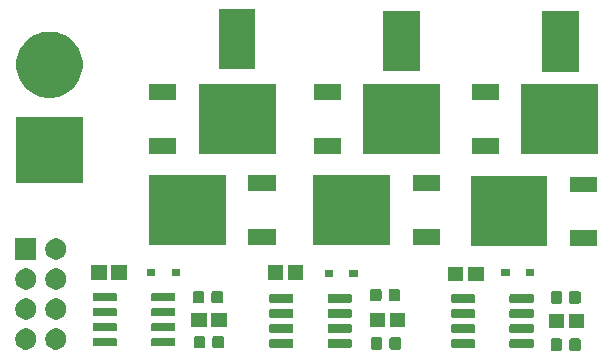
<source format=gbr>
G04 #@! TF.GenerationSoftware,KiCad,Pcbnew,(5.1.5-0)*
G04 #@! TF.CreationDate,2021-08-12T18:14:52-04:00*
G04 #@! TF.ProjectId,ESC_V3,4553435f-5633-42e6-9b69-6361645f7063,rev?*
G04 #@! TF.SameCoordinates,Original*
G04 #@! TF.FileFunction,Soldermask,Top*
G04 #@! TF.FilePolarity,Negative*
%FSLAX46Y46*%
G04 Gerber Fmt 4.6, Leading zero omitted, Abs format (unit mm)*
G04 Created by KiCad (PCBNEW (5.1.5-0)) date 2021-08-12 18:14:52*
%MOMM*%
%LPD*%
G04 APERTURE LIST*
%ADD10C,0.100000*%
G04 APERTURE END LIST*
D10*
G36*
X153829591Y-93078085D02*
G01*
X153863569Y-93088393D01*
X153894890Y-93105134D01*
X153922339Y-93127661D01*
X153944866Y-93155110D01*
X153961607Y-93186431D01*
X153971915Y-93220409D01*
X153976000Y-93261890D01*
X153976000Y-93938110D01*
X153971915Y-93979591D01*
X153961607Y-94013569D01*
X153944866Y-94044890D01*
X153922339Y-94072339D01*
X153894890Y-94094866D01*
X153863569Y-94111607D01*
X153829591Y-94121915D01*
X153788110Y-94126000D01*
X153186890Y-94126000D01*
X153145409Y-94121915D01*
X153111431Y-94111607D01*
X153080110Y-94094866D01*
X153052661Y-94072339D01*
X153030134Y-94044890D01*
X153013393Y-94013569D01*
X153003085Y-93979591D01*
X152999000Y-93938110D01*
X152999000Y-93261890D01*
X153003085Y-93220409D01*
X153013393Y-93186431D01*
X153030134Y-93155110D01*
X153052661Y-93127661D01*
X153080110Y-93105134D01*
X153111431Y-93088393D01*
X153145409Y-93078085D01*
X153186890Y-93074000D01*
X153788110Y-93074000D01*
X153829591Y-93078085D01*
G37*
G36*
X152254591Y-93078085D02*
G01*
X152288569Y-93088393D01*
X152319890Y-93105134D01*
X152347339Y-93127661D01*
X152369866Y-93155110D01*
X152386607Y-93186431D01*
X152396915Y-93220409D01*
X152401000Y-93261890D01*
X152401000Y-93938110D01*
X152396915Y-93979591D01*
X152386607Y-94013569D01*
X152369866Y-94044890D01*
X152347339Y-94072339D01*
X152319890Y-94094866D01*
X152288569Y-94111607D01*
X152254591Y-94121915D01*
X152213110Y-94126000D01*
X151611890Y-94126000D01*
X151570409Y-94121915D01*
X151536431Y-94111607D01*
X151505110Y-94094866D01*
X151477661Y-94072339D01*
X151455134Y-94044890D01*
X151438393Y-94013569D01*
X151428085Y-93979591D01*
X151424000Y-93938110D01*
X151424000Y-93261890D01*
X151428085Y-93220409D01*
X151438393Y-93186431D01*
X151455134Y-93155110D01*
X151477661Y-93127661D01*
X151505110Y-93105134D01*
X151536431Y-93088393D01*
X151570409Y-93078085D01*
X151611890Y-93074000D01*
X152213110Y-93074000D01*
X152254591Y-93078085D01*
G37*
G36*
X137042091Y-92978085D02*
G01*
X137076069Y-92988393D01*
X137107390Y-93005134D01*
X137134839Y-93027661D01*
X137157366Y-93055110D01*
X137174107Y-93086431D01*
X137184415Y-93120409D01*
X137188500Y-93161890D01*
X137188500Y-93838110D01*
X137184415Y-93879591D01*
X137174107Y-93913569D01*
X137157366Y-93944890D01*
X137134839Y-93972339D01*
X137107390Y-93994866D01*
X137076069Y-94011607D01*
X137042091Y-94021915D01*
X137000610Y-94026000D01*
X136399390Y-94026000D01*
X136357909Y-94021915D01*
X136323931Y-94011607D01*
X136292610Y-93994866D01*
X136265161Y-93972339D01*
X136242634Y-93944890D01*
X136225893Y-93913569D01*
X136215585Y-93879591D01*
X136211500Y-93838110D01*
X136211500Y-93161890D01*
X136215585Y-93120409D01*
X136225893Y-93086431D01*
X136242634Y-93055110D01*
X136265161Y-93027661D01*
X136292610Y-93005134D01*
X136323931Y-92988393D01*
X136357909Y-92978085D01*
X136399390Y-92974000D01*
X137000610Y-92974000D01*
X137042091Y-92978085D01*
G37*
G36*
X138617091Y-92978085D02*
G01*
X138651069Y-92988393D01*
X138682390Y-93005134D01*
X138709839Y-93027661D01*
X138732366Y-93055110D01*
X138749107Y-93086431D01*
X138759415Y-93120409D01*
X138763500Y-93161890D01*
X138763500Y-93838110D01*
X138759415Y-93879591D01*
X138749107Y-93913569D01*
X138732366Y-93944890D01*
X138709839Y-93972339D01*
X138682390Y-93994866D01*
X138651069Y-94011607D01*
X138617091Y-94021915D01*
X138575610Y-94026000D01*
X137974390Y-94026000D01*
X137932909Y-94021915D01*
X137898931Y-94011607D01*
X137867610Y-93994866D01*
X137840161Y-93972339D01*
X137817634Y-93944890D01*
X137800893Y-93913569D01*
X137790585Y-93879591D01*
X137786500Y-93838110D01*
X137786500Y-93161890D01*
X137790585Y-93120409D01*
X137800893Y-93086431D01*
X137817634Y-93055110D01*
X137840161Y-93027661D01*
X137867610Y-93005134D01*
X137898931Y-92988393D01*
X137932909Y-92978085D01*
X137974390Y-92974000D01*
X138575610Y-92974000D01*
X138617091Y-92978085D01*
G37*
G36*
X107113512Y-92223927D02*
G01*
X107262812Y-92253624D01*
X107426784Y-92321544D01*
X107574354Y-92420147D01*
X107699853Y-92545646D01*
X107798456Y-92693216D01*
X107866376Y-92857188D01*
X107893309Y-92992592D01*
X107900285Y-93027661D01*
X107901000Y-93031259D01*
X107901000Y-93208741D01*
X107866376Y-93382812D01*
X107798456Y-93546784D01*
X107699853Y-93694354D01*
X107574354Y-93819853D01*
X107426784Y-93918456D01*
X107262812Y-93986376D01*
X107126100Y-94013569D01*
X107088742Y-94021000D01*
X106911258Y-94021000D01*
X106873900Y-94013569D01*
X106737188Y-93986376D01*
X106573216Y-93918456D01*
X106425646Y-93819853D01*
X106300147Y-93694354D01*
X106201544Y-93546784D01*
X106133624Y-93382812D01*
X106099000Y-93208741D01*
X106099000Y-93031259D01*
X106099716Y-93027661D01*
X106106691Y-92992592D01*
X106133624Y-92857188D01*
X106201544Y-92693216D01*
X106300147Y-92545646D01*
X106425646Y-92420147D01*
X106573216Y-92321544D01*
X106737188Y-92253624D01*
X106886488Y-92223927D01*
X106911258Y-92219000D01*
X107088742Y-92219000D01*
X107113512Y-92223927D01*
G37*
G36*
X109653512Y-92223927D02*
G01*
X109802812Y-92253624D01*
X109966784Y-92321544D01*
X110114354Y-92420147D01*
X110239853Y-92545646D01*
X110338456Y-92693216D01*
X110406376Y-92857188D01*
X110433309Y-92992592D01*
X110440285Y-93027661D01*
X110441000Y-93031259D01*
X110441000Y-93208741D01*
X110406376Y-93382812D01*
X110338456Y-93546784D01*
X110239853Y-93694354D01*
X110114354Y-93819853D01*
X109966784Y-93918456D01*
X109802812Y-93986376D01*
X109666100Y-94013569D01*
X109628742Y-94021000D01*
X109451258Y-94021000D01*
X109413900Y-94013569D01*
X109277188Y-93986376D01*
X109113216Y-93918456D01*
X108965646Y-93819853D01*
X108840147Y-93694354D01*
X108741544Y-93546784D01*
X108673624Y-93382812D01*
X108639000Y-93208741D01*
X108639000Y-93031259D01*
X108639716Y-93027661D01*
X108646691Y-92992592D01*
X108673624Y-92857188D01*
X108741544Y-92693216D01*
X108840147Y-92545646D01*
X108965646Y-92420147D01*
X109113216Y-92321544D01*
X109277188Y-92253624D01*
X109426488Y-92223927D01*
X109451258Y-92219000D01*
X109628742Y-92219000D01*
X109653512Y-92223927D01*
G37*
G36*
X122054591Y-92878085D02*
G01*
X122088569Y-92888393D01*
X122119890Y-92905134D01*
X122147339Y-92927661D01*
X122169866Y-92955110D01*
X122186607Y-92986431D01*
X122196915Y-93020409D01*
X122201000Y-93061890D01*
X122201000Y-93738110D01*
X122196915Y-93779591D01*
X122186607Y-93813569D01*
X122169866Y-93844890D01*
X122147339Y-93872339D01*
X122119890Y-93894866D01*
X122088569Y-93911607D01*
X122054591Y-93921915D01*
X122013110Y-93926000D01*
X121411890Y-93926000D01*
X121370409Y-93921915D01*
X121336431Y-93911607D01*
X121305110Y-93894866D01*
X121277661Y-93872339D01*
X121255134Y-93844890D01*
X121238393Y-93813569D01*
X121228085Y-93779591D01*
X121224000Y-93738110D01*
X121224000Y-93061890D01*
X121228085Y-93020409D01*
X121238393Y-92986431D01*
X121255134Y-92955110D01*
X121277661Y-92927661D01*
X121305110Y-92905134D01*
X121336431Y-92888393D01*
X121370409Y-92878085D01*
X121411890Y-92874000D01*
X122013110Y-92874000D01*
X122054591Y-92878085D01*
G37*
G36*
X123629591Y-92878085D02*
G01*
X123663569Y-92888393D01*
X123694890Y-92905134D01*
X123722339Y-92927661D01*
X123744866Y-92955110D01*
X123761607Y-92986431D01*
X123771915Y-93020409D01*
X123776000Y-93061890D01*
X123776000Y-93738110D01*
X123771915Y-93779591D01*
X123761607Y-93813569D01*
X123744866Y-93844890D01*
X123722339Y-93872339D01*
X123694890Y-93894866D01*
X123663569Y-93911607D01*
X123629591Y-93921915D01*
X123588110Y-93926000D01*
X122986890Y-93926000D01*
X122945409Y-93921915D01*
X122911431Y-93911607D01*
X122880110Y-93894866D01*
X122852661Y-93872339D01*
X122830134Y-93844890D01*
X122813393Y-93813569D01*
X122803085Y-93779591D01*
X122799000Y-93738110D01*
X122799000Y-93061890D01*
X122803085Y-93020409D01*
X122813393Y-92986431D01*
X122830134Y-92955110D01*
X122852661Y-92927661D01*
X122880110Y-92905134D01*
X122911431Y-92888393D01*
X122945409Y-92878085D01*
X122986890Y-92874000D01*
X123588110Y-92874000D01*
X123629591Y-92878085D01*
G37*
G36*
X144959928Y-93156764D02*
G01*
X144981009Y-93163160D01*
X145000445Y-93173548D01*
X145017476Y-93187524D01*
X145031452Y-93204555D01*
X145041840Y-93223991D01*
X145048236Y-93245072D01*
X145051000Y-93273140D01*
X145051000Y-93736860D01*
X145048236Y-93764928D01*
X145041840Y-93786009D01*
X145031452Y-93805445D01*
X145017476Y-93822476D01*
X145000445Y-93836452D01*
X144981009Y-93846840D01*
X144959928Y-93853236D01*
X144931860Y-93856000D01*
X143118140Y-93856000D01*
X143090072Y-93853236D01*
X143068991Y-93846840D01*
X143049555Y-93836452D01*
X143032524Y-93822476D01*
X143018548Y-93805445D01*
X143008160Y-93786009D01*
X143001764Y-93764928D01*
X142999000Y-93736860D01*
X142999000Y-93273140D01*
X143001764Y-93245072D01*
X143008160Y-93223991D01*
X143018548Y-93204555D01*
X143032524Y-93187524D01*
X143049555Y-93173548D01*
X143068991Y-93163160D01*
X143090072Y-93156764D01*
X143118140Y-93154000D01*
X144931860Y-93154000D01*
X144959928Y-93156764D01*
G37*
G36*
X134509928Y-93156764D02*
G01*
X134531009Y-93163160D01*
X134550445Y-93173548D01*
X134567476Y-93187524D01*
X134581452Y-93204555D01*
X134591840Y-93223991D01*
X134598236Y-93245072D01*
X134601000Y-93273140D01*
X134601000Y-93736860D01*
X134598236Y-93764928D01*
X134591840Y-93786009D01*
X134581452Y-93805445D01*
X134567476Y-93822476D01*
X134550445Y-93836452D01*
X134531009Y-93846840D01*
X134509928Y-93853236D01*
X134481860Y-93856000D01*
X132668140Y-93856000D01*
X132640072Y-93853236D01*
X132618991Y-93846840D01*
X132599555Y-93836452D01*
X132582524Y-93822476D01*
X132568548Y-93805445D01*
X132558160Y-93786009D01*
X132551764Y-93764928D01*
X132549000Y-93736860D01*
X132549000Y-93273140D01*
X132551764Y-93245072D01*
X132558160Y-93223991D01*
X132568548Y-93204555D01*
X132582524Y-93187524D01*
X132599555Y-93173548D01*
X132618991Y-93163160D01*
X132640072Y-93156764D01*
X132668140Y-93154000D01*
X134481860Y-93154000D01*
X134509928Y-93156764D01*
G37*
G36*
X129559928Y-93156764D02*
G01*
X129581009Y-93163160D01*
X129600445Y-93173548D01*
X129617476Y-93187524D01*
X129631452Y-93204555D01*
X129641840Y-93223991D01*
X129648236Y-93245072D01*
X129651000Y-93273140D01*
X129651000Y-93736860D01*
X129648236Y-93764928D01*
X129641840Y-93786009D01*
X129631452Y-93805445D01*
X129617476Y-93822476D01*
X129600445Y-93836452D01*
X129581009Y-93846840D01*
X129559928Y-93853236D01*
X129531860Y-93856000D01*
X127718140Y-93856000D01*
X127690072Y-93853236D01*
X127668991Y-93846840D01*
X127649555Y-93836452D01*
X127632524Y-93822476D01*
X127618548Y-93805445D01*
X127608160Y-93786009D01*
X127601764Y-93764928D01*
X127599000Y-93736860D01*
X127599000Y-93273140D01*
X127601764Y-93245072D01*
X127608160Y-93223991D01*
X127618548Y-93204555D01*
X127632524Y-93187524D01*
X127649555Y-93173548D01*
X127668991Y-93163160D01*
X127690072Y-93156764D01*
X127718140Y-93154000D01*
X129531860Y-93154000D01*
X129559928Y-93156764D01*
G37*
G36*
X149909928Y-93156764D02*
G01*
X149931009Y-93163160D01*
X149950445Y-93173548D01*
X149967476Y-93187524D01*
X149981452Y-93204555D01*
X149991840Y-93223991D01*
X149998236Y-93245072D01*
X150001000Y-93273140D01*
X150001000Y-93736860D01*
X149998236Y-93764928D01*
X149991840Y-93786009D01*
X149981452Y-93805445D01*
X149967476Y-93822476D01*
X149950445Y-93836452D01*
X149931009Y-93846840D01*
X149909928Y-93853236D01*
X149881860Y-93856000D01*
X148068140Y-93856000D01*
X148040072Y-93853236D01*
X148018991Y-93846840D01*
X147999555Y-93836452D01*
X147982524Y-93822476D01*
X147968548Y-93805445D01*
X147958160Y-93786009D01*
X147951764Y-93764928D01*
X147949000Y-93736860D01*
X147949000Y-93273140D01*
X147951764Y-93245072D01*
X147958160Y-93223991D01*
X147968548Y-93204555D01*
X147982524Y-93187524D01*
X147999555Y-93173548D01*
X148018991Y-93163160D01*
X148040072Y-93156764D01*
X148068140Y-93154000D01*
X149881860Y-93154000D01*
X149909928Y-93156764D01*
G37*
G36*
X114609928Y-93051764D02*
G01*
X114631009Y-93058160D01*
X114650445Y-93068548D01*
X114667476Y-93082524D01*
X114681452Y-93099555D01*
X114691840Y-93118991D01*
X114698236Y-93140072D01*
X114701000Y-93168140D01*
X114701000Y-93631860D01*
X114698236Y-93659928D01*
X114691840Y-93681009D01*
X114681452Y-93700445D01*
X114667476Y-93717476D01*
X114650445Y-93731452D01*
X114631009Y-93741840D01*
X114609928Y-93748236D01*
X114581860Y-93751000D01*
X112768140Y-93751000D01*
X112740072Y-93748236D01*
X112718991Y-93741840D01*
X112699555Y-93731452D01*
X112682524Y-93717476D01*
X112668548Y-93700445D01*
X112658160Y-93681009D01*
X112651764Y-93659928D01*
X112649000Y-93631860D01*
X112649000Y-93168140D01*
X112651764Y-93140072D01*
X112658160Y-93118991D01*
X112668548Y-93099555D01*
X112682524Y-93082524D01*
X112699555Y-93068548D01*
X112718991Y-93058160D01*
X112740072Y-93051764D01*
X112768140Y-93049000D01*
X114581860Y-93049000D01*
X114609928Y-93051764D01*
G37*
G36*
X119559928Y-93051764D02*
G01*
X119581009Y-93058160D01*
X119600445Y-93068548D01*
X119617476Y-93082524D01*
X119631452Y-93099555D01*
X119641840Y-93118991D01*
X119648236Y-93140072D01*
X119651000Y-93168140D01*
X119651000Y-93631860D01*
X119648236Y-93659928D01*
X119641840Y-93681009D01*
X119631452Y-93700445D01*
X119617476Y-93717476D01*
X119600445Y-93731452D01*
X119581009Y-93741840D01*
X119559928Y-93748236D01*
X119531860Y-93751000D01*
X117718140Y-93751000D01*
X117690072Y-93748236D01*
X117668991Y-93741840D01*
X117649555Y-93731452D01*
X117632524Y-93717476D01*
X117618548Y-93700445D01*
X117608160Y-93681009D01*
X117601764Y-93659928D01*
X117599000Y-93631860D01*
X117599000Y-93168140D01*
X117601764Y-93140072D01*
X117608160Y-93118991D01*
X117618548Y-93099555D01*
X117632524Y-93082524D01*
X117649555Y-93068548D01*
X117668991Y-93058160D01*
X117690072Y-93051764D01*
X117718140Y-93049000D01*
X119531860Y-93049000D01*
X119559928Y-93051764D01*
G37*
G36*
X134509928Y-91886764D02*
G01*
X134531009Y-91893160D01*
X134550445Y-91903548D01*
X134567476Y-91917524D01*
X134581452Y-91934555D01*
X134591840Y-91953991D01*
X134598236Y-91975072D01*
X134601000Y-92003140D01*
X134601000Y-92466860D01*
X134598236Y-92494928D01*
X134591840Y-92516009D01*
X134581452Y-92535445D01*
X134567476Y-92552476D01*
X134550445Y-92566452D01*
X134531009Y-92576840D01*
X134509928Y-92583236D01*
X134481860Y-92586000D01*
X132668140Y-92586000D01*
X132640072Y-92583236D01*
X132618991Y-92576840D01*
X132599555Y-92566452D01*
X132582524Y-92552476D01*
X132568548Y-92535445D01*
X132558160Y-92516009D01*
X132551764Y-92494928D01*
X132549000Y-92466860D01*
X132549000Y-92003140D01*
X132551764Y-91975072D01*
X132558160Y-91953991D01*
X132568548Y-91934555D01*
X132582524Y-91917524D01*
X132599555Y-91903548D01*
X132618991Y-91893160D01*
X132640072Y-91886764D01*
X132668140Y-91884000D01*
X134481860Y-91884000D01*
X134509928Y-91886764D01*
G37*
G36*
X129559928Y-91886764D02*
G01*
X129581009Y-91893160D01*
X129600445Y-91903548D01*
X129617476Y-91917524D01*
X129631452Y-91934555D01*
X129641840Y-91953991D01*
X129648236Y-91975072D01*
X129651000Y-92003140D01*
X129651000Y-92466860D01*
X129648236Y-92494928D01*
X129641840Y-92516009D01*
X129631452Y-92535445D01*
X129617476Y-92552476D01*
X129600445Y-92566452D01*
X129581009Y-92576840D01*
X129559928Y-92583236D01*
X129531860Y-92586000D01*
X127718140Y-92586000D01*
X127690072Y-92583236D01*
X127668991Y-92576840D01*
X127649555Y-92566452D01*
X127632524Y-92552476D01*
X127618548Y-92535445D01*
X127608160Y-92516009D01*
X127601764Y-92494928D01*
X127599000Y-92466860D01*
X127599000Y-92003140D01*
X127601764Y-91975072D01*
X127608160Y-91953991D01*
X127618548Y-91934555D01*
X127632524Y-91917524D01*
X127649555Y-91903548D01*
X127668991Y-91893160D01*
X127690072Y-91886764D01*
X127718140Y-91884000D01*
X129531860Y-91884000D01*
X129559928Y-91886764D01*
G37*
G36*
X144959928Y-91886764D02*
G01*
X144981009Y-91893160D01*
X145000445Y-91903548D01*
X145017476Y-91917524D01*
X145031452Y-91934555D01*
X145041840Y-91953991D01*
X145048236Y-91975072D01*
X145051000Y-92003140D01*
X145051000Y-92466860D01*
X145048236Y-92494928D01*
X145041840Y-92516009D01*
X145031452Y-92535445D01*
X145017476Y-92552476D01*
X145000445Y-92566452D01*
X144981009Y-92576840D01*
X144959928Y-92583236D01*
X144931860Y-92586000D01*
X143118140Y-92586000D01*
X143090072Y-92583236D01*
X143068991Y-92576840D01*
X143049555Y-92566452D01*
X143032524Y-92552476D01*
X143018548Y-92535445D01*
X143008160Y-92516009D01*
X143001764Y-92494928D01*
X142999000Y-92466860D01*
X142999000Y-92003140D01*
X143001764Y-91975072D01*
X143008160Y-91953991D01*
X143018548Y-91934555D01*
X143032524Y-91917524D01*
X143049555Y-91903548D01*
X143068991Y-91893160D01*
X143090072Y-91886764D01*
X143118140Y-91884000D01*
X144931860Y-91884000D01*
X144959928Y-91886764D01*
G37*
G36*
X149909928Y-91886764D02*
G01*
X149931009Y-91893160D01*
X149950445Y-91903548D01*
X149967476Y-91917524D01*
X149981452Y-91934555D01*
X149991840Y-91953991D01*
X149998236Y-91975072D01*
X150001000Y-92003140D01*
X150001000Y-92466860D01*
X149998236Y-92494928D01*
X149991840Y-92516009D01*
X149981452Y-92535445D01*
X149967476Y-92552476D01*
X149950445Y-92566452D01*
X149931009Y-92576840D01*
X149909928Y-92583236D01*
X149881860Y-92586000D01*
X148068140Y-92586000D01*
X148040072Y-92583236D01*
X148018991Y-92576840D01*
X147999555Y-92566452D01*
X147982524Y-92552476D01*
X147968548Y-92535445D01*
X147958160Y-92516009D01*
X147951764Y-92494928D01*
X147949000Y-92466860D01*
X147949000Y-92003140D01*
X147951764Y-91975072D01*
X147958160Y-91953991D01*
X147968548Y-91934555D01*
X147982524Y-91917524D01*
X147999555Y-91903548D01*
X148018991Y-91893160D01*
X148040072Y-91886764D01*
X148068140Y-91884000D01*
X149881860Y-91884000D01*
X149909928Y-91886764D01*
G37*
G36*
X114609928Y-91781764D02*
G01*
X114631009Y-91788160D01*
X114650445Y-91798548D01*
X114667476Y-91812524D01*
X114681452Y-91829555D01*
X114691840Y-91848991D01*
X114698236Y-91870072D01*
X114701000Y-91898140D01*
X114701000Y-92361860D01*
X114698236Y-92389928D01*
X114691840Y-92411009D01*
X114681452Y-92430445D01*
X114667476Y-92447476D01*
X114650445Y-92461452D01*
X114631009Y-92471840D01*
X114609928Y-92478236D01*
X114581860Y-92481000D01*
X112768140Y-92481000D01*
X112740072Y-92478236D01*
X112718991Y-92471840D01*
X112699555Y-92461452D01*
X112682524Y-92447476D01*
X112668548Y-92430445D01*
X112658160Y-92411009D01*
X112651764Y-92389928D01*
X112649000Y-92361860D01*
X112649000Y-91898140D01*
X112651764Y-91870072D01*
X112658160Y-91848991D01*
X112668548Y-91829555D01*
X112682524Y-91812524D01*
X112699555Y-91798548D01*
X112718991Y-91788160D01*
X112740072Y-91781764D01*
X112768140Y-91779000D01*
X114581860Y-91779000D01*
X114609928Y-91781764D01*
G37*
G36*
X119559928Y-91781764D02*
G01*
X119581009Y-91788160D01*
X119600445Y-91798548D01*
X119617476Y-91812524D01*
X119631452Y-91829555D01*
X119641840Y-91848991D01*
X119648236Y-91870072D01*
X119651000Y-91898140D01*
X119651000Y-92361860D01*
X119648236Y-92389928D01*
X119641840Y-92411009D01*
X119631452Y-92430445D01*
X119617476Y-92447476D01*
X119600445Y-92461452D01*
X119581009Y-92471840D01*
X119559928Y-92478236D01*
X119531860Y-92481000D01*
X117718140Y-92481000D01*
X117690072Y-92478236D01*
X117668991Y-92471840D01*
X117649555Y-92461452D01*
X117632524Y-92447476D01*
X117618548Y-92430445D01*
X117608160Y-92411009D01*
X117601764Y-92389928D01*
X117599000Y-92361860D01*
X117599000Y-91898140D01*
X117601764Y-91870072D01*
X117608160Y-91848991D01*
X117618548Y-91829555D01*
X117632524Y-91812524D01*
X117649555Y-91798548D01*
X117668991Y-91788160D01*
X117690072Y-91781764D01*
X117718140Y-91779000D01*
X119531860Y-91779000D01*
X119559928Y-91781764D01*
G37*
G36*
X152554790Y-92200710D02*
G01*
X151251770Y-92200710D01*
X151251770Y-90999290D01*
X152554790Y-90999290D01*
X152554790Y-92200710D01*
G37*
G36*
X154251510Y-92200710D02*
G01*
X152948490Y-92200710D01*
X152948490Y-90999290D01*
X154251510Y-90999290D01*
X154251510Y-92200710D01*
G37*
G36*
X139099870Y-92100710D02*
G01*
X137796850Y-92100710D01*
X137796850Y-90899290D01*
X139099870Y-90899290D01*
X139099870Y-92100710D01*
G37*
G36*
X137403150Y-92100710D02*
G01*
X136100130Y-92100710D01*
X136100130Y-90899290D01*
X137403150Y-90899290D01*
X137403150Y-92100710D01*
G37*
G36*
X123999870Y-92095710D02*
G01*
X122696850Y-92095710D01*
X122696850Y-90894290D01*
X123999870Y-90894290D01*
X123999870Y-92095710D01*
G37*
G36*
X122303150Y-92095710D02*
G01*
X121000130Y-92095710D01*
X121000130Y-90894290D01*
X122303150Y-90894290D01*
X122303150Y-92095710D01*
G37*
G36*
X107102567Y-89681750D02*
G01*
X107262812Y-89713624D01*
X107426784Y-89781544D01*
X107574354Y-89880147D01*
X107699853Y-90005646D01*
X107798456Y-90153216D01*
X107866376Y-90317188D01*
X107901000Y-90491259D01*
X107901000Y-90668741D01*
X107866376Y-90842812D01*
X107798456Y-91006784D01*
X107699853Y-91154354D01*
X107574354Y-91279853D01*
X107426784Y-91378456D01*
X107262812Y-91446376D01*
X107113512Y-91476073D01*
X107088742Y-91481000D01*
X106911258Y-91481000D01*
X106886488Y-91476073D01*
X106737188Y-91446376D01*
X106573216Y-91378456D01*
X106425646Y-91279853D01*
X106300147Y-91154354D01*
X106201544Y-91006784D01*
X106133624Y-90842812D01*
X106099000Y-90668741D01*
X106099000Y-90491259D01*
X106133624Y-90317188D01*
X106201544Y-90153216D01*
X106300147Y-90005646D01*
X106425646Y-89880147D01*
X106573216Y-89781544D01*
X106737188Y-89713624D01*
X106897433Y-89681750D01*
X106911258Y-89679000D01*
X107088742Y-89679000D01*
X107102567Y-89681750D01*
G37*
G36*
X109642567Y-89681750D02*
G01*
X109802812Y-89713624D01*
X109966784Y-89781544D01*
X110114354Y-89880147D01*
X110239853Y-90005646D01*
X110338456Y-90153216D01*
X110406376Y-90317188D01*
X110441000Y-90491259D01*
X110441000Y-90668741D01*
X110406376Y-90842812D01*
X110338456Y-91006784D01*
X110239853Y-91154354D01*
X110114354Y-91279853D01*
X109966784Y-91378456D01*
X109802812Y-91446376D01*
X109653512Y-91476073D01*
X109628742Y-91481000D01*
X109451258Y-91481000D01*
X109426488Y-91476073D01*
X109277188Y-91446376D01*
X109113216Y-91378456D01*
X108965646Y-91279853D01*
X108840147Y-91154354D01*
X108741544Y-91006784D01*
X108673624Y-90842812D01*
X108639000Y-90668741D01*
X108639000Y-90491259D01*
X108673624Y-90317188D01*
X108741544Y-90153216D01*
X108840147Y-90005646D01*
X108965646Y-89880147D01*
X109113216Y-89781544D01*
X109277188Y-89713624D01*
X109437433Y-89681750D01*
X109451258Y-89679000D01*
X109628742Y-89679000D01*
X109642567Y-89681750D01*
G37*
G36*
X144959928Y-90616764D02*
G01*
X144981009Y-90623160D01*
X145000445Y-90633548D01*
X145017476Y-90647524D01*
X145031452Y-90664555D01*
X145041840Y-90683991D01*
X145048236Y-90705072D01*
X145051000Y-90733140D01*
X145051000Y-91196860D01*
X145048236Y-91224928D01*
X145041840Y-91246009D01*
X145031452Y-91265445D01*
X145017476Y-91282476D01*
X145000445Y-91296452D01*
X144981009Y-91306840D01*
X144959928Y-91313236D01*
X144931860Y-91316000D01*
X143118140Y-91316000D01*
X143090072Y-91313236D01*
X143068991Y-91306840D01*
X143049555Y-91296452D01*
X143032524Y-91282476D01*
X143018548Y-91265445D01*
X143008160Y-91246009D01*
X143001764Y-91224928D01*
X142999000Y-91196860D01*
X142999000Y-90733140D01*
X143001764Y-90705072D01*
X143008160Y-90683991D01*
X143018548Y-90664555D01*
X143032524Y-90647524D01*
X143049555Y-90633548D01*
X143068991Y-90623160D01*
X143090072Y-90616764D01*
X143118140Y-90614000D01*
X144931860Y-90614000D01*
X144959928Y-90616764D01*
G37*
G36*
X129559928Y-90616764D02*
G01*
X129581009Y-90623160D01*
X129600445Y-90633548D01*
X129617476Y-90647524D01*
X129631452Y-90664555D01*
X129641840Y-90683991D01*
X129648236Y-90705072D01*
X129651000Y-90733140D01*
X129651000Y-91196860D01*
X129648236Y-91224928D01*
X129641840Y-91246009D01*
X129631452Y-91265445D01*
X129617476Y-91282476D01*
X129600445Y-91296452D01*
X129581009Y-91306840D01*
X129559928Y-91313236D01*
X129531860Y-91316000D01*
X127718140Y-91316000D01*
X127690072Y-91313236D01*
X127668991Y-91306840D01*
X127649555Y-91296452D01*
X127632524Y-91282476D01*
X127618548Y-91265445D01*
X127608160Y-91246009D01*
X127601764Y-91224928D01*
X127599000Y-91196860D01*
X127599000Y-90733140D01*
X127601764Y-90705072D01*
X127608160Y-90683991D01*
X127618548Y-90664555D01*
X127632524Y-90647524D01*
X127649555Y-90633548D01*
X127668991Y-90623160D01*
X127690072Y-90616764D01*
X127718140Y-90614000D01*
X129531860Y-90614000D01*
X129559928Y-90616764D01*
G37*
G36*
X149909928Y-90616764D02*
G01*
X149931009Y-90623160D01*
X149950445Y-90633548D01*
X149967476Y-90647524D01*
X149981452Y-90664555D01*
X149991840Y-90683991D01*
X149998236Y-90705072D01*
X150001000Y-90733140D01*
X150001000Y-91196860D01*
X149998236Y-91224928D01*
X149991840Y-91246009D01*
X149981452Y-91265445D01*
X149967476Y-91282476D01*
X149950445Y-91296452D01*
X149931009Y-91306840D01*
X149909928Y-91313236D01*
X149881860Y-91316000D01*
X148068140Y-91316000D01*
X148040072Y-91313236D01*
X148018991Y-91306840D01*
X147999555Y-91296452D01*
X147982524Y-91282476D01*
X147968548Y-91265445D01*
X147958160Y-91246009D01*
X147951764Y-91224928D01*
X147949000Y-91196860D01*
X147949000Y-90733140D01*
X147951764Y-90705072D01*
X147958160Y-90683991D01*
X147968548Y-90664555D01*
X147982524Y-90647524D01*
X147999555Y-90633548D01*
X148018991Y-90623160D01*
X148040072Y-90616764D01*
X148068140Y-90614000D01*
X149881860Y-90614000D01*
X149909928Y-90616764D01*
G37*
G36*
X134509928Y-90616764D02*
G01*
X134531009Y-90623160D01*
X134550445Y-90633548D01*
X134567476Y-90647524D01*
X134581452Y-90664555D01*
X134591840Y-90683991D01*
X134598236Y-90705072D01*
X134601000Y-90733140D01*
X134601000Y-91196860D01*
X134598236Y-91224928D01*
X134591840Y-91246009D01*
X134581452Y-91265445D01*
X134567476Y-91282476D01*
X134550445Y-91296452D01*
X134531009Y-91306840D01*
X134509928Y-91313236D01*
X134481860Y-91316000D01*
X132668140Y-91316000D01*
X132640072Y-91313236D01*
X132618991Y-91306840D01*
X132599555Y-91296452D01*
X132582524Y-91282476D01*
X132568548Y-91265445D01*
X132558160Y-91246009D01*
X132551764Y-91224928D01*
X132549000Y-91196860D01*
X132549000Y-90733140D01*
X132551764Y-90705072D01*
X132558160Y-90683991D01*
X132568548Y-90664555D01*
X132582524Y-90647524D01*
X132599555Y-90633548D01*
X132618991Y-90623160D01*
X132640072Y-90616764D01*
X132668140Y-90614000D01*
X134481860Y-90614000D01*
X134509928Y-90616764D01*
G37*
G36*
X114609928Y-90511764D02*
G01*
X114631009Y-90518160D01*
X114650445Y-90528548D01*
X114667476Y-90542524D01*
X114681452Y-90559555D01*
X114691840Y-90578991D01*
X114698236Y-90600072D01*
X114701000Y-90628140D01*
X114701000Y-91091860D01*
X114698236Y-91119928D01*
X114691840Y-91141009D01*
X114681452Y-91160445D01*
X114667476Y-91177476D01*
X114650445Y-91191452D01*
X114631009Y-91201840D01*
X114609928Y-91208236D01*
X114581860Y-91211000D01*
X112768140Y-91211000D01*
X112740072Y-91208236D01*
X112718991Y-91201840D01*
X112699555Y-91191452D01*
X112682524Y-91177476D01*
X112668548Y-91160445D01*
X112658160Y-91141009D01*
X112651764Y-91119928D01*
X112649000Y-91091860D01*
X112649000Y-90628140D01*
X112651764Y-90600072D01*
X112658160Y-90578991D01*
X112668548Y-90559555D01*
X112682524Y-90542524D01*
X112699555Y-90528548D01*
X112718991Y-90518160D01*
X112740072Y-90511764D01*
X112768140Y-90509000D01*
X114581860Y-90509000D01*
X114609928Y-90511764D01*
G37*
G36*
X119559928Y-90511764D02*
G01*
X119581009Y-90518160D01*
X119600445Y-90528548D01*
X119617476Y-90542524D01*
X119631452Y-90559555D01*
X119641840Y-90578991D01*
X119648236Y-90600072D01*
X119651000Y-90628140D01*
X119651000Y-91091860D01*
X119648236Y-91119928D01*
X119641840Y-91141009D01*
X119631452Y-91160445D01*
X119617476Y-91177476D01*
X119600445Y-91191452D01*
X119581009Y-91201840D01*
X119559928Y-91208236D01*
X119531860Y-91211000D01*
X117718140Y-91211000D01*
X117690072Y-91208236D01*
X117668991Y-91201840D01*
X117649555Y-91191452D01*
X117632524Y-91177476D01*
X117618548Y-91160445D01*
X117608160Y-91141009D01*
X117601764Y-91119928D01*
X117599000Y-91091860D01*
X117599000Y-90628140D01*
X117601764Y-90600072D01*
X117608160Y-90578991D01*
X117618548Y-90559555D01*
X117632524Y-90542524D01*
X117649555Y-90528548D01*
X117668991Y-90518160D01*
X117690072Y-90511764D01*
X117718140Y-90509000D01*
X119531860Y-90509000D01*
X119559928Y-90511764D01*
G37*
G36*
X153829591Y-89078085D02*
G01*
X153863569Y-89088393D01*
X153894890Y-89105134D01*
X153922339Y-89127661D01*
X153944866Y-89155110D01*
X153961607Y-89186431D01*
X153971915Y-89220409D01*
X153976000Y-89261890D01*
X153976000Y-89938110D01*
X153971915Y-89979591D01*
X153961607Y-90013569D01*
X153944866Y-90044890D01*
X153922339Y-90072339D01*
X153894890Y-90094866D01*
X153863569Y-90111607D01*
X153829591Y-90121915D01*
X153788110Y-90126000D01*
X153186890Y-90126000D01*
X153145409Y-90121915D01*
X153111431Y-90111607D01*
X153080110Y-90094866D01*
X153052661Y-90072339D01*
X153030134Y-90044890D01*
X153013393Y-90013569D01*
X153003085Y-89979591D01*
X152999000Y-89938110D01*
X152999000Y-89261890D01*
X153003085Y-89220409D01*
X153013393Y-89186431D01*
X153030134Y-89155110D01*
X153052661Y-89127661D01*
X153080110Y-89105134D01*
X153111431Y-89088393D01*
X153145409Y-89078085D01*
X153186890Y-89074000D01*
X153788110Y-89074000D01*
X153829591Y-89078085D01*
G37*
G36*
X152254591Y-89078085D02*
G01*
X152288569Y-89088393D01*
X152319890Y-89105134D01*
X152347339Y-89127661D01*
X152369866Y-89155110D01*
X152386607Y-89186431D01*
X152396915Y-89220409D01*
X152401000Y-89261890D01*
X152401000Y-89938110D01*
X152396915Y-89979591D01*
X152386607Y-90013569D01*
X152369866Y-90044890D01*
X152347339Y-90072339D01*
X152319890Y-90094866D01*
X152288569Y-90111607D01*
X152254591Y-90121915D01*
X152213110Y-90126000D01*
X151611890Y-90126000D01*
X151570409Y-90121915D01*
X151536431Y-90111607D01*
X151505110Y-90094866D01*
X151477661Y-90072339D01*
X151455134Y-90044890D01*
X151438393Y-90013569D01*
X151428085Y-89979591D01*
X151424000Y-89938110D01*
X151424000Y-89261890D01*
X151428085Y-89220409D01*
X151438393Y-89186431D01*
X151455134Y-89155110D01*
X151477661Y-89127661D01*
X151505110Y-89105134D01*
X151536431Y-89088393D01*
X151570409Y-89078085D01*
X151611890Y-89074000D01*
X152213110Y-89074000D01*
X152254591Y-89078085D01*
G37*
G36*
X123542091Y-89068085D02*
G01*
X123576069Y-89078393D01*
X123607390Y-89095134D01*
X123634839Y-89117661D01*
X123657366Y-89145110D01*
X123674107Y-89176431D01*
X123684415Y-89210409D01*
X123688500Y-89251890D01*
X123688500Y-89928110D01*
X123684415Y-89969591D01*
X123674107Y-90003569D01*
X123657366Y-90034890D01*
X123634839Y-90062339D01*
X123607390Y-90084866D01*
X123576069Y-90101607D01*
X123542091Y-90111915D01*
X123500610Y-90116000D01*
X122899390Y-90116000D01*
X122857909Y-90111915D01*
X122823931Y-90101607D01*
X122792610Y-90084866D01*
X122765161Y-90062339D01*
X122742634Y-90034890D01*
X122725893Y-90003569D01*
X122715585Y-89969591D01*
X122711500Y-89928110D01*
X122711500Y-89251890D01*
X122715585Y-89210409D01*
X122725893Y-89176431D01*
X122742634Y-89145110D01*
X122765161Y-89117661D01*
X122792610Y-89095134D01*
X122823931Y-89078393D01*
X122857909Y-89068085D01*
X122899390Y-89064000D01*
X123500610Y-89064000D01*
X123542091Y-89068085D01*
G37*
G36*
X121967091Y-89068085D02*
G01*
X122001069Y-89078393D01*
X122032390Y-89095134D01*
X122059839Y-89117661D01*
X122082366Y-89145110D01*
X122099107Y-89176431D01*
X122109415Y-89210409D01*
X122113500Y-89251890D01*
X122113500Y-89928110D01*
X122109415Y-89969591D01*
X122099107Y-90003569D01*
X122082366Y-90034890D01*
X122059839Y-90062339D01*
X122032390Y-90084866D01*
X122001069Y-90101607D01*
X121967091Y-90111915D01*
X121925610Y-90116000D01*
X121324390Y-90116000D01*
X121282909Y-90111915D01*
X121248931Y-90101607D01*
X121217610Y-90084866D01*
X121190161Y-90062339D01*
X121167634Y-90034890D01*
X121150893Y-90003569D01*
X121140585Y-89969591D01*
X121136500Y-89928110D01*
X121136500Y-89251890D01*
X121140585Y-89210409D01*
X121150893Y-89176431D01*
X121167634Y-89145110D01*
X121190161Y-89117661D01*
X121217610Y-89095134D01*
X121248931Y-89078393D01*
X121282909Y-89068085D01*
X121324390Y-89064000D01*
X121925610Y-89064000D01*
X121967091Y-89068085D01*
G37*
G36*
X149909928Y-89346764D02*
G01*
X149931009Y-89353160D01*
X149950445Y-89363548D01*
X149967476Y-89377524D01*
X149981452Y-89394555D01*
X149991840Y-89413991D01*
X149998236Y-89435072D01*
X150001000Y-89463140D01*
X150001000Y-89926860D01*
X149998236Y-89954928D01*
X149991840Y-89976009D01*
X149981452Y-89995445D01*
X149967476Y-90012476D01*
X149950445Y-90026452D01*
X149931009Y-90036840D01*
X149909928Y-90043236D01*
X149881860Y-90046000D01*
X148068140Y-90046000D01*
X148040072Y-90043236D01*
X148018991Y-90036840D01*
X147999555Y-90026452D01*
X147982524Y-90012476D01*
X147968548Y-89995445D01*
X147958160Y-89976009D01*
X147951764Y-89954928D01*
X147949000Y-89926860D01*
X147949000Y-89463140D01*
X147951764Y-89435072D01*
X147958160Y-89413991D01*
X147968548Y-89394555D01*
X147982524Y-89377524D01*
X147999555Y-89363548D01*
X148018991Y-89353160D01*
X148040072Y-89346764D01*
X148068140Y-89344000D01*
X149881860Y-89344000D01*
X149909928Y-89346764D01*
G37*
G36*
X134509928Y-89346764D02*
G01*
X134531009Y-89353160D01*
X134550445Y-89363548D01*
X134567476Y-89377524D01*
X134581452Y-89394555D01*
X134591840Y-89413991D01*
X134598236Y-89435072D01*
X134601000Y-89463140D01*
X134601000Y-89926860D01*
X134598236Y-89954928D01*
X134591840Y-89976009D01*
X134581452Y-89995445D01*
X134567476Y-90012476D01*
X134550445Y-90026452D01*
X134531009Y-90036840D01*
X134509928Y-90043236D01*
X134481860Y-90046000D01*
X132668140Y-90046000D01*
X132640072Y-90043236D01*
X132618991Y-90036840D01*
X132599555Y-90026452D01*
X132582524Y-90012476D01*
X132568548Y-89995445D01*
X132558160Y-89976009D01*
X132551764Y-89954928D01*
X132549000Y-89926860D01*
X132549000Y-89463140D01*
X132551764Y-89435072D01*
X132558160Y-89413991D01*
X132568548Y-89394555D01*
X132582524Y-89377524D01*
X132599555Y-89363548D01*
X132618991Y-89353160D01*
X132640072Y-89346764D01*
X132668140Y-89344000D01*
X134481860Y-89344000D01*
X134509928Y-89346764D01*
G37*
G36*
X129559928Y-89346764D02*
G01*
X129581009Y-89353160D01*
X129600445Y-89363548D01*
X129617476Y-89377524D01*
X129631452Y-89394555D01*
X129641840Y-89413991D01*
X129648236Y-89435072D01*
X129651000Y-89463140D01*
X129651000Y-89926860D01*
X129648236Y-89954928D01*
X129641840Y-89976009D01*
X129631452Y-89995445D01*
X129617476Y-90012476D01*
X129600445Y-90026452D01*
X129581009Y-90036840D01*
X129559928Y-90043236D01*
X129531860Y-90046000D01*
X127718140Y-90046000D01*
X127690072Y-90043236D01*
X127668991Y-90036840D01*
X127649555Y-90026452D01*
X127632524Y-90012476D01*
X127618548Y-89995445D01*
X127608160Y-89976009D01*
X127601764Y-89954928D01*
X127599000Y-89926860D01*
X127599000Y-89463140D01*
X127601764Y-89435072D01*
X127608160Y-89413991D01*
X127618548Y-89394555D01*
X127632524Y-89377524D01*
X127649555Y-89363548D01*
X127668991Y-89353160D01*
X127690072Y-89346764D01*
X127718140Y-89344000D01*
X129531860Y-89344000D01*
X129559928Y-89346764D01*
G37*
G36*
X144959928Y-89346764D02*
G01*
X144981009Y-89353160D01*
X145000445Y-89363548D01*
X145017476Y-89377524D01*
X145031452Y-89394555D01*
X145041840Y-89413991D01*
X145048236Y-89435072D01*
X145051000Y-89463140D01*
X145051000Y-89926860D01*
X145048236Y-89954928D01*
X145041840Y-89976009D01*
X145031452Y-89995445D01*
X145017476Y-90012476D01*
X145000445Y-90026452D01*
X144981009Y-90036840D01*
X144959928Y-90043236D01*
X144931860Y-90046000D01*
X143118140Y-90046000D01*
X143090072Y-90043236D01*
X143068991Y-90036840D01*
X143049555Y-90026452D01*
X143032524Y-90012476D01*
X143018548Y-89995445D01*
X143008160Y-89976009D01*
X143001764Y-89954928D01*
X142999000Y-89926860D01*
X142999000Y-89463140D01*
X143001764Y-89435072D01*
X143008160Y-89413991D01*
X143018548Y-89394555D01*
X143032524Y-89377524D01*
X143049555Y-89363548D01*
X143068991Y-89353160D01*
X143090072Y-89346764D01*
X143118140Y-89344000D01*
X144931860Y-89344000D01*
X144959928Y-89346764D01*
G37*
G36*
X119559928Y-89241764D02*
G01*
X119581009Y-89248160D01*
X119600445Y-89258548D01*
X119617476Y-89272524D01*
X119631452Y-89289555D01*
X119641840Y-89308991D01*
X119648236Y-89330072D01*
X119651000Y-89358140D01*
X119651000Y-89821860D01*
X119648236Y-89849928D01*
X119641840Y-89871009D01*
X119631452Y-89890445D01*
X119617476Y-89907476D01*
X119600445Y-89921452D01*
X119581009Y-89931840D01*
X119559928Y-89938236D01*
X119531860Y-89941000D01*
X117718140Y-89941000D01*
X117690072Y-89938236D01*
X117668991Y-89931840D01*
X117649555Y-89921452D01*
X117632524Y-89907476D01*
X117618548Y-89890445D01*
X117608160Y-89871009D01*
X117601764Y-89849928D01*
X117599000Y-89821860D01*
X117599000Y-89358140D01*
X117601764Y-89330072D01*
X117608160Y-89308991D01*
X117618548Y-89289555D01*
X117632524Y-89272524D01*
X117649555Y-89258548D01*
X117668991Y-89248160D01*
X117690072Y-89241764D01*
X117718140Y-89239000D01*
X119531860Y-89239000D01*
X119559928Y-89241764D01*
G37*
G36*
X114609928Y-89241764D02*
G01*
X114631009Y-89248160D01*
X114650445Y-89258548D01*
X114667476Y-89272524D01*
X114681452Y-89289555D01*
X114691840Y-89308991D01*
X114698236Y-89330072D01*
X114701000Y-89358140D01*
X114701000Y-89821860D01*
X114698236Y-89849928D01*
X114691840Y-89871009D01*
X114681452Y-89890445D01*
X114667476Y-89907476D01*
X114650445Y-89921452D01*
X114631009Y-89931840D01*
X114609928Y-89938236D01*
X114581860Y-89941000D01*
X112768140Y-89941000D01*
X112740072Y-89938236D01*
X112718991Y-89931840D01*
X112699555Y-89921452D01*
X112682524Y-89907476D01*
X112668548Y-89890445D01*
X112658160Y-89871009D01*
X112651764Y-89849928D01*
X112649000Y-89821860D01*
X112649000Y-89358140D01*
X112651764Y-89330072D01*
X112658160Y-89308991D01*
X112668548Y-89289555D01*
X112682524Y-89272524D01*
X112699555Y-89258548D01*
X112718991Y-89248160D01*
X112740072Y-89241764D01*
X112768140Y-89239000D01*
X114581860Y-89239000D01*
X114609928Y-89241764D01*
G37*
G36*
X136967091Y-88878085D02*
G01*
X137001069Y-88888393D01*
X137032390Y-88905134D01*
X137059839Y-88927661D01*
X137082366Y-88955110D01*
X137099107Y-88986431D01*
X137109415Y-89020409D01*
X137113500Y-89061890D01*
X137113500Y-89738110D01*
X137109415Y-89779591D01*
X137099107Y-89813569D01*
X137082366Y-89844890D01*
X137059839Y-89872339D01*
X137032390Y-89894866D01*
X137001069Y-89911607D01*
X136967091Y-89921915D01*
X136925610Y-89926000D01*
X136324390Y-89926000D01*
X136282909Y-89921915D01*
X136248931Y-89911607D01*
X136217610Y-89894866D01*
X136190161Y-89872339D01*
X136167634Y-89844890D01*
X136150893Y-89813569D01*
X136140585Y-89779591D01*
X136136500Y-89738110D01*
X136136500Y-89061890D01*
X136140585Y-89020409D01*
X136150893Y-88986431D01*
X136167634Y-88955110D01*
X136190161Y-88927661D01*
X136217610Y-88905134D01*
X136248931Y-88888393D01*
X136282909Y-88878085D01*
X136324390Y-88874000D01*
X136925610Y-88874000D01*
X136967091Y-88878085D01*
G37*
G36*
X138542091Y-88878085D02*
G01*
X138576069Y-88888393D01*
X138607390Y-88905134D01*
X138634839Y-88927661D01*
X138657366Y-88955110D01*
X138674107Y-88986431D01*
X138684415Y-89020409D01*
X138688500Y-89061890D01*
X138688500Y-89738110D01*
X138684415Y-89779591D01*
X138674107Y-89813569D01*
X138657366Y-89844890D01*
X138634839Y-89872339D01*
X138607390Y-89894866D01*
X138576069Y-89911607D01*
X138542091Y-89921915D01*
X138500610Y-89926000D01*
X137899390Y-89926000D01*
X137857909Y-89921915D01*
X137823931Y-89911607D01*
X137792610Y-89894866D01*
X137765161Y-89872339D01*
X137742634Y-89844890D01*
X137725893Y-89813569D01*
X137715585Y-89779591D01*
X137711500Y-89738110D01*
X137711500Y-89061890D01*
X137715585Y-89020409D01*
X137725893Y-88986431D01*
X137742634Y-88955110D01*
X137765161Y-88927661D01*
X137792610Y-88905134D01*
X137823931Y-88888393D01*
X137857909Y-88878085D01*
X137899390Y-88874000D01*
X138500610Y-88874000D01*
X138542091Y-88878085D01*
G37*
G36*
X107113512Y-87143927D02*
G01*
X107262812Y-87173624D01*
X107426784Y-87241544D01*
X107574354Y-87340147D01*
X107699853Y-87465646D01*
X107798456Y-87613216D01*
X107866376Y-87777188D01*
X107901000Y-87951259D01*
X107901000Y-88128741D01*
X107866376Y-88302812D01*
X107798456Y-88466784D01*
X107699853Y-88614354D01*
X107574354Y-88739853D01*
X107426784Y-88838456D01*
X107262812Y-88906376D01*
X107113512Y-88936073D01*
X107088742Y-88941000D01*
X106911258Y-88941000D01*
X106886488Y-88936073D01*
X106737188Y-88906376D01*
X106573216Y-88838456D01*
X106425646Y-88739853D01*
X106300147Y-88614354D01*
X106201544Y-88466784D01*
X106133624Y-88302812D01*
X106099000Y-88128741D01*
X106099000Y-87951259D01*
X106133624Y-87777188D01*
X106201544Y-87613216D01*
X106300147Y-87465646D01*
X106425646Y-87340147D01*
X106573216Y-87241544D01*
X106737188Y-87173624D01*
X106886488Y-87143927D01*
X106911258Y-87139000D01*
X107088742Y-87139000D01*
X107113512Y-87143927D01*
G37*
G36*
X109653512Y-87143927D02*
G01*
X109802812Y-87173624D01*
X109966784Y-87241544D01*
X110114354Y-87340147D01*
X110239853Y-87465646D01*
X110338456Y-87613216D01*
X110406376Y-87777188D01*
X110441000Y-87951259D01*
X110441000Y-88128741D01*
X110406376Y-88302812D01*
X110338456Y-88466784D01*
X110239853Y-88614354D01*
X110114354Y-88739853D01*
X109966784Y-88838456D01*
X109802812Y-88906376D01*
X109653512Y-88936073D01*
X109628742Y-88941000D01*
X109451258Y-88941000D01*
X109426488Y-88936073D01*
X109277188Y-88906376D01*
X109113216Y-88838456D01*
X108965646Y-88739853D01*
X108840147Y-88614354D01*
X108741544Y-88466784D01*
X108673624Y-88302812D01*
X108639000Y-88128741D01*
X108639000Y-87951259D01*
X108673624Y-87777188D01*
X108741544Y-87613216D01*
X108840147Y-87465646D01*
X108965646Y-87340147D01*
X109113216Y-87241544D01*
X109277188Y-87173624D01*
X109426488Y-87143927D01*
X109451258Y-87139000D01*
X109628742Y-87139000D01*
X109653512Y-87143927D01*
G37*
G36*
X144054790Y-88200710D02*
G01*
X142751770Y-88200710D01*
X142751770Y-86999290D01*
X144054790Y-86999290D01*
X144054790Y-88200710D01*
G37*
G36*
X145751510Y-88200710D02*
G01*
X144448490Y-88200710D01*
X144448490Y-86999290D01*
X145751510Y-86999290D01*
X145751510Y-88200710D01*
G37*
G36*
X113854790Y-88100710D02*
G01*
X112551770Y-88100710D01*
X112551770Y-86899290D01*
X113854790Y-86899290D01*
X113854790Y-88100710D01*
G37*
G36*
X115551510Y-88100710D02*
G01*
X114248490Y-88100710D01*
X114248490Y-86899290D01*
X115551510Y-86899290D01*
X115551510Y-88100710D01*
G37*
G36*
X128803150Y-88100710D02*
G01*
X127500130Y-88100710D01*
X127500130Y-86899290D01*
X128803150Y-86899290D01*
X128803150Y-88100710D01*
G37*
G36*
X130499870Y-88100710D02*
G01*
X129196850Y-88100710D01*
X129196850Y-86899290D01*
X130499870Y-86899290D01*
X130499870Y-88100710D01*
G37*
G36*
X133001000Y-87876000D02*
G01*
X132299000Y-87876000D01*
X132299000Y-87324000D01*
X133001000Y-87324000D01*
X133001000Y-87876000D01*
G37*
G36*
X135101000Y-87876000D02*
G01*
X134399000Y-87876000D01*
X134399000Y-87324000D01*
X135101000Y-87324000D01*
X135101000Y-87876000D01*
G37*
G36*
X117951000Y-87776000D02*
G01*
X117249000Y-87776000D01*
X117249000Y-87224000D01*
X117951000Y-87224000D01*
X117951000Y-87776000D01*
G37*
G36*
X150051000Y-87776000D02*
G01*
X149349000Y-87776000D01*
X149349000Y-87224000D01*
X150051000Y-87224000D01*
X150051000Y-87776000D01*
G37*
G36*
X120051000Y-87776000D02*
G01*
X119349000Y-87776000D01*
X119349000Y-87224000D01*
X120051000Y-87224000D01*
X120051000Y-87776000D01*
G37*
G36*
X147951000Y-87776000D02*
G01*
X147249000Y-87776000D01*
X147249000Y-87224000D01*
X147951000Y-87224000D01*
X147951000Y-87776000D01*
G37*
G36*
X109653512Y-84603927D02*
G01*
X109802812Y-84633624D01*
X109966784Y-84701544D01*
X110114354Y-84800147D01*
X110239853Y-84925646D01*
X110338456Y-85073216D01*
X110406376Y-85237188D01*
X110441000Y-85411259D01*
X110441000Y-85588741D01*
X110406376Y-85762812D01*
X110338456Y-85926784D01*
X110239853Y-86074354D01*
X110114354Y-86199853D01*
X109966784Y-86298456D01*
X109802812Y-86366376D01*
X109653512Y-86396073D01*
X109628742Y-86401000D01*
X109451258Y-86401000D01*
X109426488Y-86396073D01*
X109277188Y-86366376D01*
X109113216Y-86298456D01*
X108965646Y-86199853D01*
X108840147Y-86074354D01*
X108741544Y-85926784D01*
X108673624Y-85762812D01*
X108639000Y-85588741D01*
X108639000Y-85411259D01*
X108673624Y-85237188D01*
X108741544Y-85073216D01*
X108840147Y-84925646D01*
X108965646Y-84800147D01*
X109113216Y-84701544D01*
X109277188Y-84633624D01*
X109426488Y-84603927D01*
X109451258Y-84599000D01*
X109628742Y-84599000D01*
X109653512Y-84603927D01*
G37*
G36*
X107901000Y-86401000D02*
G01*
X106099000Y-86401000D01*
X106099000Y-84599000D01*
X107901000Y-84599000D01*
X107901000Y-86401000D01*
G37*
G36*
X151151000Y-85251000D02*
G01*
X144649000Y-85251000D01*
X144649000Y-79349000D01*
X151151000Y-79349000D01*
X151151000Y-85251000D01*
G37*
G36*
X155351000Y-85231000D02*
G01*
X153049000Y-85231000D01*
X153049000Y-83929000D01*
X155351000Y-83929000D01*
X155351000Y-85231000D01*
G37*
G36*
X137851000Y-85151000D02*
G01*
X131349000Y-85151000D01*
X131349000Y-79249000D01*
X137851000Y-79249000D01*
X137851000Y-85151000D01*
G37*
G36*
X123951000Y-85151000D02*
G01*
X117449000Y-85151000D01*
X117449000Y-79249000D01*
X123951000Y-79249000D01*
X123951000Y-85151000D01*
G37*
G36*
X142051000Y-85131000D02*
G01*
X139749000Y-85131000D01*
X139749000Y-83829000D01*
X142051000Y-83829000D01*
X142051000Y-85131000D01*
G37*
G36*
X128151000Y-85131000D02*
G01*
X125849000Y-85131000D01*
X125849000Y-83829000D01*
X128151000Y-83829000D01*
X128151000Y-85131000D01*
G37*
G36*
X155351000Y-80671000D02*
G01*
X153049000Y-80671000D01*
X153049000Y-79369000D01*
X155351000Y-79369000D01*
X155351000Y-80671000D01*
G37*
G36*
X142051000Y-80571000D02*
G01*
X139749000Y-80571000D01*
X139749000Y-79269000D01*
X142051000Y-79269000D01*
X142051000Y-80571000D01*
G37*
G36*
X128151000Y-80571000D02*
G01*
X125849000Y-80571000D01*
X125849000Y-79269000D01*
X128151000Y-79269000D01*
X128151000Y-80571000D01*
G37*
G36*
X111809000Y-79909000D02*
G01*
X106191000Y-79909000D01*
X106191000Y-74291000D01*
X111809000Y-74291000D01*
X111809000Y-79909000D01*
G37*
G36*
X142086000Y-77451000D02*
G01*
X135584000Y-77451000D01*
X135584000Y-71549000D01*
X142086000Y-71549000D01*
X142086000Y-77451000D01*
G37*
G36*
X155451000Y-77451000D02*
G01*
X148949000Y-77451000D01*
X148949000Y-71549000D01*
X155451000Y-71549000D01*
X155451000Y-77451000D01*
G37*
G36*
X128151000Y-77451000D02*
G01*
X121649000Y-77451000D01*
X121649000Y-71549000D01*
X128151000Y-71549000D01*
X128151000Y-77451000D01*
G37*
G36*
X119751000Y-77431000D02*
G01*
X117449000Y-77431000D01*
X117449000Y-76129000D01*
X119751000Y-76129000D01*
X119751000Y-77431000D01*
G37*
G36*
X147051000Y-77431000D02*
G01*
X144749000Y-77431000D01*
X144749000Y-76129000D01*
X147051000Y-76129000D01*
X147051000Y-77431000D01*
G37*
G36*
X133686000Y-77431000D02*
G01*
X131384000Y-77431000D01*
X131384000Y-76129000D01*
X133686000Y-76129000D01*
X133686000Y-77431000D01*
G37*
G36*
X147051000Y-72871000D02*
G01*
X144749000Y-72871000D01*
X144749000Y-71569000D01*
X147051000Y-71569000D01*
X147051000Y-72871000D01*
G37*
G36*
X133686000Y-72871000D02*
G01*
X131384000Y-72871000D01*
X131384000Y-71569000D01*
X133686000Y-71569000D01*
X133686000Y-72871000D01*
G37*
G36*
X119751000Y-72871000D02*
G01*
X117449000Y-72871000D01*
X117449000Y-71569000D01*
X119751000Y-71569000D01*
X119751000Y-72871000D01*
G37*
G36*
X109638457Y-67162965D02*
G01*
X109819355Y-67198948D01*
X110330561Y-67410696D01*
X110790633Y-67718107D01*
X111181893Y-68109367D01*
X111489304Y-68569439D01*
X111701052Y-69080645D01*
X111701052Y-69080646D01*
X111809000Y-69623336D01*
X111809000Y-70176664D01*
X111754431Y-70451000D01*
X111701052Y-70719355D01*
X111489304Y-71230561D01*
X111181893Y-71690633D01*
X110790633Y-72081893D01*
X110330561Y-72389304D01*
X109819355Y-72601052D01*
X109638457Y-72637035D01*
X109276664Y-72709000D01*
X108723336Y-72709000D01*
X108361543Y-72637035D01*
X108180645Y-72601052D01*
X107669439Y-72389304D01*
X107209367Y-72081893D01*
X106818107Y-71690633D01*
X106510696Y-71230561D01*
X106298948Y-70719355D01*
X106245569Y-70451000D01*
X106191000Y-70176664D01*
X106191000Y-69623336D01*
X106298948Y-69080646D01*
X106298948Y-69080645D01*
X106510696Y-68569439D01*
X106818107Y-68109367D01*
X107209367Y-67718107D01*
X107669439Y-67410696D01*
X108180645Y-67198948D01*
X108361543Y-67162965D01*
X108723336Y-67091000D01*
X109276664Y-67091000D01*
X109638457Y-67162965D01*
G37*
G36*
X153801000Y-70496000D02*
G01*
X150699000Y-70496000D01*
X150699000Y-65394000D01*
X153801000Y-65394000D01*
X153801000Y-70496000D01*
G37*
G36*
X140351000Y-70451000D02*
G01*
X137249000Y-70451000D01*
X137249000Y-65349000D01*
X140351000Y-65349000D01*
X140351000Y-70451000D01*
G37*
G36*
X126431000Y-70296000D02*
G01*
X123329000Y-70296000D01*
X123329000Y-65194000D01*
X126431000Y-65194000D01*
X126431000Y-70296000D01*
G37*
M02*

</source>
